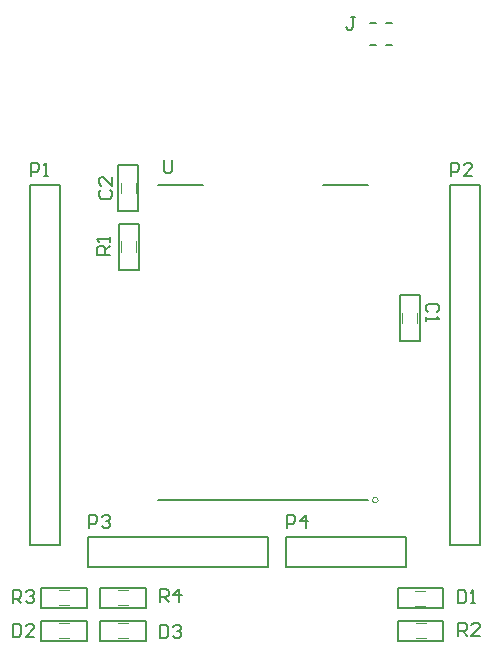
<source format=gto>
G04 Layer_Color=65535*
%FSTAX24Y24*%
%MOIN*%
G70*
G01*
G75*
%ADD24C,0.0000*%
%ADD25C,0.0050*%
%ADD26C,0.0040*%
%ADD27C,0.0079*%
%ADD28C,0.0059*%
D24*
X029463Y024708D02*
X029413Y024794D01*
X029313D01*
X029263Y024708D01*
X029313Y024621D01*
X029413D01*
X029463Y024708D01*
D25*
X01977Y020014D02*
Y020684D01*
X01824Y020014D02*
X01977D01*
X01824D02*
Y020684D01*
X01977D01*
X02175Y020014D02*
Y020684D01*
X02022Y020014D02*
X02175D01*
X02022D02*
Y020684D01*
X02175D01*
X02022Y0211D02*
X02175D01*
Y02177D01*
X02022D02*
X02175D01*
X02022Y0211D02*
Y02177D01*
X01824Y0211D02*
X01977D01*
Y02177D01*
X01824D02*
X01977D01*
X01824Y0211D02*
Y02177D01*
X03166Y0211D02*
Y02177D01*
X03013Y0211D02*
X03166D01*
X03013D02*
Y02177D01*
X03166D01*
X03013Y020014D02*
X03166D01*
Y020684D01*
X03013D02*
X03166D01*
X03013Y020014D02*
Y020684D01*
X029956Y039856D02*
Y039884D01*
X029759Y039856D02*
X029956D01*
X029224D02*
X029421D01*
X029224D02*
Y039884D01*
X029759Y040604D02*
X029952D01*
X029228D02*
X029421D01*
X02081Y03588D02*
X02148D01*
Y03435D02*
Y03588D01*
X02081Y03435D02*
X02148D01*
X02081D02*
Y03588D01*
X02084Y03238D02*
X02151D01*
X02084D02*
Y03391D01*
X02151D01*
Y03238D02*
Y03391D01*
X02765Y0352D02*
X02915D01*
X02215D02*
X02365D01*
X02215Y0247D02*
X02915D01*
X03021Y03D02*
X03088D01*
X03021D02*
Y03153D01*
X03088D01*
Y03D02*
Y03153D01*
D26*
X01883Y020594D02*
X01917D01*
X01883Y020094D02*
X01917D01*
X02081Y020594D02*
X02115D01*
X02081Y020094D02*
X02115D01*
X02082Y02169D02*
X02116D01*
X02082Y02119D02*
X02116D01*
X01884Y02169D02*
X01918D01*
X01884Y02119D02*
X01918D01*
X03072Y02168D02*
X03106D01*
X03072Y02118D02*
X03106D01*
X03073Y020604D02*
X03107D01*
X03073Y020104D02*
X03107D01*
X0209Y03494D02*
Y03528D01*
X0214Y03494D02*
Y03528D01*
X02142Y03298D02*
Y03332D01*
X02092Y03298D02*
Y03332D01*
X03079Y0306D02*
Y03094D01*
X03029Y0306D02*
Y03094D01*
D27*
X01981Y02347D02*
X02581D01*
X01981Y02247D02*
X02581D01*
Y02347D01*
X01981Y02247D02*
Y02347D01*
X03188Y035206D02*
X03288D01*
Y023206D02*
Y035206D01*
X03188Y023206D02*
X03288D01*
X03188D02*
Y023956D01*
Y035206D01*
X01788D02*
X01888D01*
Y023206D02*
Y035206D01*
X01788Y023206D02*
X01888D01*
X01788D02*
Y023956D01*
Y035206D01*
X02642Y02247D02*
Y02347D01*
X03042D01*
X02642Y02247D02*
X03042D01*
Y02347D01*
D28*
X02221Y02131D02*
Y021743D01*
X022426D01*
X022499Y021671D01*
Y021526D01*
X022426Y021454D01*
X02221D01*
X022354D02*
X022499Y02131D01*
X022859D02*
Y021743D01*
X022643Y021526D01*
X022932D01*
X0173Y02127D02*
Y021703D01*
X017516D01*
X017589Y021631D01*
Y021486D01*
X017516Y021414D01*
X0173D01*
X017444D02*
X017589Y02127D01*
X017733Y021631D02*
X017805Y021703D01*
X017949D01*
X018022Y021631D01*
Y021559D01*
X017949Y021486D01*
X017877D01*
X017949D01*
X018022Y021414D01*
Y021342D01*
X017949Y02127D01*
X017805D01*
X017733Y021342D01*
X03216Y020174D02*
Y020607D01*
X032376D01*
X032449Y020535D01*
Y020391D01*
X032376Y020319D01*
X03216D01*
X032304D02*
X032449Y020174D01*
X032882D02*
X032593D01*
X032882Y020463D01*
Y020535D01*
X032809Y020607D01*
X032665D01*
X032593Y020535D01*
X022206Y020543D02*
Y02011D01*
X022423D01*
X022495Y020182D01*
Y020471D01*
X022423Y020543D01*
X022206D01*
X022639Y020471D02*
X022711Y020543D01*
X022855D01*
X022928Y020471D01*
Y020399D01*
X022855Y020326D01*
X022783D01*
X022855D01*
X022928Y020254D01*
Y020182D01*
X022855Y02011D01*
X022711D01*
X022639Y020182D01*
X0173Y020583D02*
Y02015D01*
X017516D01*
X017589Y020222D01*
Y020511D01*
X017516Y020583D01*
X0173D01*
X018022Y02015D02*
X017733D01*
X018022Y020439D01*
Y020511D01*
X017949Y020583D01*
X017805D01*
X017733Y020511D01*
X032136Y021687D02*
Y021254D01*
X032353D01*
X032425Y021326D01*
Y021615D01*
X032353Y021687D01*
X032136D01*
X032569Y021254D02*
X032713D01*
X032641D01*
Y021687D01*
X032569Y021615D01*
X020249Y035039D02*
X020177Y034966D01*
Y034822D01*
X020249Y03475D01*
X020538D01*
X02061Y034822D01*
Y034966D01*
X020538Y035039D01*
X02061Y035472D02*
Y035183D01*
X020321Y035472D01*
X020249D01*
X020177Y035399D01*
Y035255D01*
X020249Y035183D01*
X031431Y030961D02*
X031503Y031034D01*
Y031178D01*
X031431Y03125D01*
X031142D01*
X03107Y031178D01*
Y031034D01*
X031142Y030961D01*
X03107Y030817D02*
Y030673D01*
Y030745D01*
X031503D01*
X031431Y030817D01*
X028712Y040813D02*
X028567D01*
X028639D01*
Y040452D01*
X028567Y04038D01*
X028495D01*
X028423Y040452D01*
X01983Y02377D02*
Y024203D01*
X020046D01*
X020119Y024131D01*
Y023986D01*
X020046Y023914D01*
X01983D01*
X020263Y024131D02*
X020335Y024203D01*
X020479D01*
X020552Y024131D01*
Y024059D01*
X020479Y023986D01*
X020407D01*
X020479D01*
X020552Y023914D01*
Y023842D01*
X020479Y02377D01*
X020335D01*
X020263Y023842D01*
X0319Y035506D02*
Y035939D01*
X032116D01*
X032189Y035867D01*
Y035723D01*
X032116Y03565D01*
X0319D01*
X032622Y035506D02*
X032333D01*
X032622Y035795D01*
Y035867D01*
X032549Y035939D01*
X032405D01*
X032333Y035867D01*
X0179Y035506D02*
Y035939D01*
X018116D01*
X018189Y035867D01*
Y035723D01*
X018116Y03565D01*
X0179D01*
X018333Y035506D02*
X018477D01*
X018405D01*
Y035939D01*
X018333Y035867D01*
X02233Y036043D02*
Y035682D01*
X022402Y03561D01*
X022546D01*
X022619Y035682D01*
Y036043D01*
X02644Y02377D02*
Y024203D01*
X026656D01*
X026729Y024131D01*
Y023986D01*
X026656Y023914D01*
X02644D01*
X027089Y02377D02*
Y024203D01*
X026873Y023986D01*
X027162D01*
X02053Y03288D02*
X020097D01*
Y033096D01*
X020169Y033169D01*
X020314D01*
X020386Y033096D01*
Y03288D01*
Y033024D02*
X02053Y033169D01*
Y033313D02*
Y033457D01*
Y033385D01*
X020097D01*
X020169Y033313D01*
M02*

</source>
